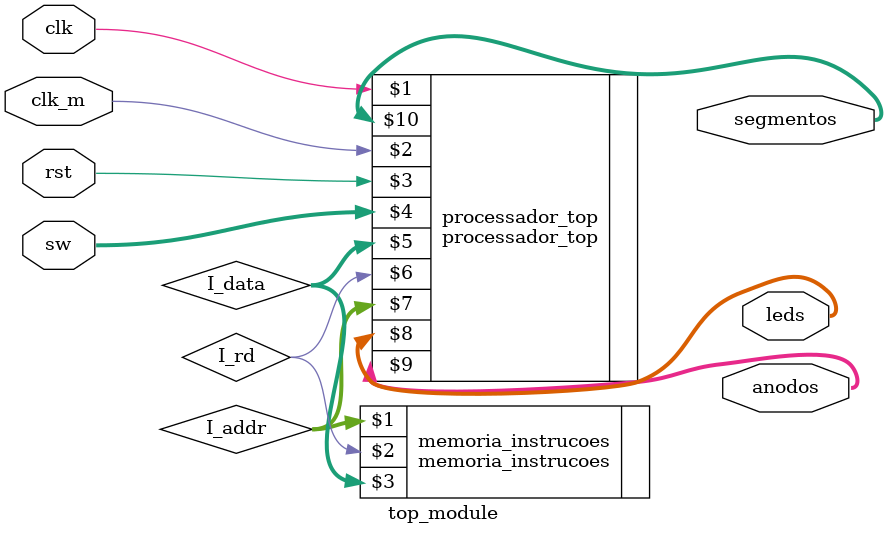
<source format=sv>
`timescale 1ns / 1ps

module top_module(input logic clk, clk_m, //clk é o da placa para os displays e clk_ é o manual para a FSM
                  input logic rst,
                  input logic[15:0]sw,
                  output logic[15:0]leds,
                  output logic[3:0]anodos,
                  output logic[7:0]segmentos);

logic [15:0] I_data;
logic [7:0] I_addr;
logic I_rd;

processador_top processador_top(clk,clk_m,rst,sw,I_data,I_rd,I_addr,leds,anodos,segmentos);
memoria_instrucoes memoria_instrucoes(I_addr,I_rd,I_data);

endmodule

</source>
